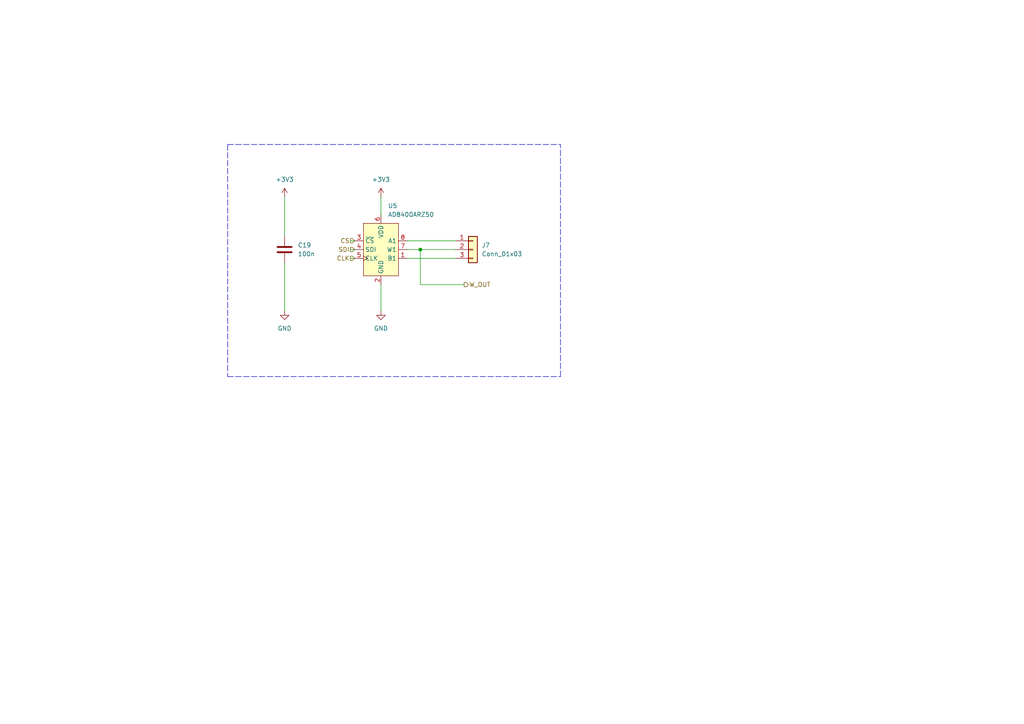
<source format=kicad_sch>
(kicad_sch (version 20211123) (generator eeschema)

  (uuid 01873668-f6e7-4007-94f9-3a5d38340f89)

  (paper "A4")

  (lib_symbols
    (symbol "Connector_Generic:Conn_01x03" (pin_names (offset 1.016) hide) (in_bom yes) (on_board yes)
      (property "Reference" "J" (id 0) (at 0 5.08 0)
        (effects (font (size 1.27 1.27)))
      )
      (property "Value" "Conn_01x03" (id 1) (at 0 -5.08 0)
        (effects (font (size 1.27 1.27)))
      )
      (property "Footprint" "" (id 2) (at 0 0 0)
        (effects (font (size 1.27 1.27)) hide)
      )
      (property "Datasheet" "~" (id 3) (at 0 0 0)
        (effects (font (size 1.27 1.27)) hide)
      )
      (property "ki_keywords" "connector" (id 4) (at 0 0 0)
        (effects (font (size 1.27 1.27)) hide)
      )
      (property "ki_description" "Generic connector, single row, 01x03, script generated (kicad-library-utils/schlib/autogen/connector/)" (id 5) (at 0 0 0)
        (effects (font (size 1.27 1.27)) hide)
      )
      (property "ki_fp_filters" "Connector*:*_1x??_*" (id 6) (at 0 0 0)
        (effects (font (size 1.27 1.27)) hide)
      )
      (symbol "Conn_01x03_1_1"
        (rectangle (start -1.27 -2.413) (end 0 -2.667)
          (stroke (width 0.1524) (type default) (color 0 0 0 0))
          (fill (type none))
        )
        (rectangle (start -1.27 0.127) (end 0 -0.127)
          (stroke (width 0.1524) (type default) (color 0 0 0 0))
          (fill (type none))
        )
        (rectangle (start -1.27 2.667) (end 0 2.413)
          (stroke (width 0.1524) (type default) (color 0 0 0 0))
          (fill (type none))
        )
        (rectangle (start -1.27 3.81) (end 1.27 -3.81)
          (stroke (width 0.254) (type default) (color 0 0 0 0))
          (fill (type background))
        )
        (pin passive line (at -5.08 2.54 0) (length 3.81)
          (name "Pin_1" (effects (font (size 1.27 1.27))))
          (number "1" (effects (font (size 1.27 1.27))))
        )
        (pin passive line (at -5.08 0 0) (length 3.81)
          (name "Pin_2" (effects (font (size 1.27 1.27))))
          (number "2" (effects (font (size 1.27 1.27))))
        )
        (pin passive line (at -5.08 -2.54 0) (length 3.81)
          (name "Pin_3" (effects (font (size 1.27 1.27))))
          (number "3" (effects (font (size 1.27 1.27))))
        )
      )
    )
    (symbol "Device:C" (pin_numbers hide) (pin_names (offset 0.254)) (in_bom yes) (on_board yes)
      (property "Reference" "C" (id 0) (at 0.635 2.54 0)
        (effects (font (size 1.27 1.27)) (justify left))
      )
      (property "Value" "C" (id 1) (at 0.635 -2.54 0)
        (effects (font (size 1.27 1.27)) (justify left))
      )
      (property "Footprint" "" (id 2) (at 0.9652 -3.81 0)
        (effects (font (size 1.27 1.27)) hide)
      )
      (property "Datasheet" "~" (id 3) (at 0 0 0)
        (effects (font (size 1.27 1.27)) hide)
      )
      (property "ki_keywords" "cap capacitor" (id 4) (at 0 0 0)
        (effects (font (size 1.27 1.27)) hide)
      )
      (property "ki_description" "Unpolarized capacitor" (id 5) (at 0 0 0)
        (effects (font (size 1.27 1.27)) hide)
      )
      (property "ki_fp_filters" "C_*" (id 6) (at 0 0 0)
        (effects (font (size 1.27 1.27)) hide)
      )
      (symbol "C_0_1"
        (polyline
          (pts
            (xy -2.032 -0.762)
            (xy 2.032 -0.762)
          )
          (stroke (width 0.508) (type default) (color 0 0 0 0))
          (fill (type none))
        )
        (polyline
          (pts
            (xy -2.032 0.762)
            (xy 2.032 0.762)
          )
          (stroke (width 0.508) (type default) (color 0 0 0 0))
          (fill (type none))
        )
      )
      (symbol "C_1_1"
        (pin passive line (at 0 3.81 270) (length 2.794)
          (name "~" (effects (font (size 1.27 1.27))))
          (number "1" (effects (font (size 1.27 1.27))))
        )
        (pin passive line (at 0 -3.81 90) (length 2.794)
          (name "~" (effects (font (size 1.27 1.27))))
          (number "2" (effects (font (size 1.27 1.27))))
        )
      )
    )
    (symbol "power:+3V3" (power) (pin_names (offset 0)) (in_bom yes) (on_board yes)
      (property "Reference" "#PWR" (id 0) (at 0 -3.81 0)
        (effects (font (size 1.27 1.27)) hide)
      )
      (property "Value" "+3V3" (id 1) (at 0 3.556 0)
        (effects (font (size 1.27 1.27)))
      )
      (property "Footprint" "" (id 2) (at 0 0 0)
        (effects (font (size 1.27 1.27)) hide)
      )
      (property "Datasheet" "" (id 3) (at 0 0 0)
        (effects (font (size 1.27 1.27)) hide)
      )
      (property "ki_keywords" "power-flag" (id 4) (at 0 0 0)
        (effects (font (size 1.27 1.27)) hide)
      )
      (property "ki_description" "Power symbol creates a global label with name \"+3V3\"" (id 5) (at 0 0 0)
        (effects (font (size 1.27 1.27)) hide)
      )
      (symbol "+3V3_0_1"
        (polyline
          (pts
            (xy -0.762 1.27)
            (xy 0 2.54)
          )
          (stroke (width 0) (type default) (color 0 0 0 0))
          (fill (type none))
        )
        (polyline
          (pts
            (xy 0 0)
            (xy 0 2.54)
          )
          (stroke (width 0) (type default) (color 0 0 0 0))
          (fill (type none))
        )
        (polyline
          (pts
            (xy 0 2.54)
            (xy 0.762 1.27)
          )
          (stroke (width 0) (type default) (color 0 0 0 0))
          (fill (type none))
        )
      )
      (symbol "+3V3_1_1"
        (pin power_in line (at 0 0 90) (length 0) hide
          (name "+3V3" (effects (font (size 1.27 1.27))))
          (number "1" (effects (font (size 1.27 1.27))))
        )
      )
    )
    (symbol "power:GND" (power) (pin_names (offset 0)) (in_bom yes) (on_board yes)
      (property "Reference" "#PWR" (id 0) (at 0 -6.35 0)
        (effects (font (size 1.27 1.27)) hide)
      )
      (property "Value" "GND" (id 1) (at 0 -3.81 0)
        (effects (font (size 1.27 1.27)))
      )
      (property "Footprint" "" (id 2) (at 0 0 0)
        (effects (font (size 1.27 1.27)) hide)
      )
      (property "Datasheet" "" (id 3) (at 0 0 0)
        (effects (font (size 1.27 1.27)) hide)
      )
      (property "ki_keywords" "power-flag" (id 4) (at 0 0 0)
        (effects (font (size 1.27 1.27)) hide)
      )
      (property "ki_description" "Power symbol creates a global label with name \"GND\" , ground" (id 5) (at 0 0 0)
        (effects (font (size 1.27 1.27)) hide)
      )
      (symbol "GND_0_1"
        (polyline
          (pts
            (xy 0 0)
            (xy 0 -1.27)
            (xy 1.27 -1.27)
            (xy 0 -2.54)
            (xy -1.27 -1.27)
            (xy 0 -1.27)
          )
          (stroke (width 0) (type default) (color 0 0 0 0))
          (fill (type none))
        )
      )
      (symbol "GND_1_1"
        (pin power_in line (at 0 0 270) (length 0) hide
          (name "GND" (effects (font (size 1.27 1.27))))
          (number "1" (effects (font (size 1.27 1.27))))
        )
      )
    )
    (symbol "symbols:AD8400ARZ50" (in_bom yes) (on_board yes)
      (property "Reference" "U" (id 0) (at 7.62 -7.62 0)
        (effects (font (size 1.27 1.27)))
      )
      (property "Value" "AD8400ARZ50" (id 1) (at 5.08 10.16 0)
        (effects (font (size 1.27 1.27)))
      )
      (property "Footprint" "Package_SO:SOP-8_3.9x4.9mm_P1.27mm" (id 2) (at 0 0 0)
        (effects (font (size 1.27 1.27)) hide)
      )
      (property "Datasheet" "" (id 3) (at 17.78 17.78 0)
        (effects (font (size 1.27 1.27)) hide)
      )
      (symbol "AD8400ARZ50_0_1"
        (rectangle (start -5.08 7.62) (end 5.08 -7.62)
          (stroke (width 0.1524) (type default) (color 0 0 0 0))
          (fill (type background))
        )
      )
      (symbol "AD8400ARZ50_1_1"
        (pin passive line (at 7.62 -2.54 180) (length 2.54)
          (name "B1" (effects (font (size 1.27 1.27))))
          (number "1" (effects (font (size 1.27 1.27))))
        )
        (pin power_in line (at 0 -10.16 90) (length 2.54)
          (name "GND" (effects (font (size 1.27 1.27))))
          (number "2" (effects (font (size 1.27 1.27))))
        )
        (pin input line (at -7.62 2.54 0) (length 2.54)
          (name "~{CS}" (effects (font (size 1.27 1.27))))
          (number "3" (effects (font (size 1.27 1.27))))
        )
        (pin input line (at -7.62 0 0) (length 2.54)
          (name "SDI" (effects (font (size 1.27 1.27))))
          (number "4" (effects (font (size 1.27 1.27))))
        )
        (pin input clock (at -7.62 -2.54 0) (length 2.54)
          (name "CLK" (effects (font (size 1.27 1.27))))
          (number "5" (effects (font (size 1.27 1.27))))
        )
        (pin power_in line (at 0 10.16 270) (length 2.54)
          (name "VDD" (effects (font (size 1.27 1.27))))
          (number "6" (effects (font (size 1.27 1.27))))
        )
        (pin passive line (at 7.62 0 180) (length 2.54)
          (name "W1" (effects (font (size 1.27 1.27))))
          (number "7" (effects (font (size 1.27 1.27))))
        )
        (pin passive line (at 7.62 2.54 180) (length 2.54)
          (name "A1" (effects (font (size 1.27 1.27))))
          (number "8" (effects (font (size 1.27 1.27))))
        )
      )
    )
  )

  (junction (at 121.92 72.39) (diameter 0) (color 0 0 0 0)
    (uuid 3b0c44cd-92a9-4867-a0c2-ac7fec83f67b)
  )

  (polyline (pts (xy 66.04 41.91) (xy 162.56 41.91))
    (stroke (width 0) (type default) (color 0 0 0 0))
    (uuid 06bcbb1f-b996-4984-af21-8a508c82b7a9)
  )

  (wire (pts (xy 82.55 76.2) (xy 82.55 90.17))
    (stroke (width 0) (type default) (color 0 0 0 0))
    (uuid 2cc2c0c2-f647-415b-ba8c-9f38b21ad717)
  )
  (wire (pts (xy 101.6 74.93) (xy 102.87 74.93))
    (stroke (width 0) (type default) (color 0 0 0 0))
    (uuid 40f03631-977b-46ba-b1e3-f959f59740be)
  )
  (wire (pts (xy 101.6 72.39) (xy 102.87 72.39))
    (stroke (width 0) (type default) (color 0 0 0 0))
    (uuid 665c7bea-a3e7-42c3-ae68-cb9e466ca2f4)
  )
  (wire (pts (xy 121.92 82.55) (xy 134.62 82.55))
    (stroke (width 0) (type default) (color 0 0 0 0))
    (uuid 6703b1ed-0db8-42c3-a6be-e22fc6b824a9)
  )
  (polyline (pts (xy 66.04 109.22) (xy 162.56 109.22))
    (stroke (width 0) (type default) (color 0 0 0 0))
    (uuid 735f74fd-f1e5-4168-bc4c-28c57d76dc0f)
  )

  (wire (pts (xy 118.11 74.93) (xy 132.08 74.93))
    (stroke (width 0) (type default) (color 0 0 0 0))
    (uuid 7b88e5c1-fae9-43ca-aae3-dbc5bb11322d)
  )
  (wire (pts (xy 118.11 72.39) (xy 121.92 72.39))
    (stroke (width 0) (type default) (color 0 0 0 0))
    (uuid 91881977-ebb5-4792-b4d4-c7ac8116162c)
  )
  (wire (pts (xy 110.49 82.55) (xy 110.49 90.17))
    (stroke (width 0) (type default) (color 0 0 0 0))
    (uuid 95772c62-ddc3-4503-bf15-cf0862157485)
  )
  (polyline (pts (xy 66.04 41.91) (xy 66.04 109.22))
    (stroke (width 0) (type default) (color 0 0 0 0))
    (uuid a5dd813e-f897-4369-8b0b-048fe44ab2aa)
  )

  (wire (pts (xy 110.49 57.15) (xy 110.49 62.23))
    (stroke (width 0) (type default) (color 0 0 0 0))
    (uuid aec04c61-89ce-4533-8f84-90b27938ed59)
  )
  (wire (pts (xy 121.92 72.39) (xy 132.08 72.39))
    (stroke (width 0) (type default) (color 0 0 0 0))
    (uuid b544ec93-cfcd-4fc8-9ae9-15d94ea151ab)
  )
  (wire (pts (xy 118.11 69.85) (xy 132.08 69.85))
    (stroke (width 0) (type default) (color 0 0 0 0))
    (uuid c38fb970-33c8-4db0-8225-68db71e95c5e)
  )
  (wire (pts (xy 101.6 69.85) (xy 102.87 69.85))
    (stroke (width 0) (type default) (color 0 0 0 0))
    (uuid cfc1adb6-60cc-4fa8-a61e-da16ba52631d)
  )
  (wire (pts (xy 82.55 57.15) (xy 82.55 68.58))
    (stroke (width 0) (type default) (color 0 0 0 0))
    (uuid da352b4f-4983-43dd-99f6-4935f7e47f1c)
  )
  (polyline (pts (xy 162.56 109.22) (xy 162.56 41.91))
    (stroke (width 0) (type default) (color 0 0 0 0))
    (uuid f8e48a33-3ac1-4e94-9812-1c1f6f570265)
  )

  (wire (pts (xy 121.92 72.39) (xy 121.92 82.55))
    (stroke (width 0) (type default) (color 0 0 0 0))
    (uuid fd35df4a-a1fe-4a8b-a806-22782da6979e)
  )

  (hierarchical_label "CLK" (shape input) (at 102.87 74.93 180)
    (effects (font (size 1.27 1.27)) (justify right))
    (uuid 185161a0-4018-40e8-8195-c744c9d3753e)
  )
  (hierarchical_label "SDI" (shape input) (at 102.87 72.39 180)
    (effects (font (size 1.27 1.27)) (justify right))
    (uuid 67c43718-219e-4c1d-b9cc-6cacddb83224)
  )
  (hierarchical_label "W_OUT" (shape output) (at 134.62 82.55 0)
    (effects (font (size 1.27 1.27)) (justify left))
    (uuid 7336fabc-4eb0-4471-b1b7-3ea791753e07)
  )
  (hierarchical_label "CS" (shape input) (at 102.87 69.85 180)
    (effects (font (size 1.27 1.27)) (justify right))
    (uuid ebdae8ca-e57e-42c5-a842-b031d35700fe)
  )

  (symbol (lib_id "power:+3V3") (at 110.49 57.15 0) (unit 1)
    (in_bom yes) (on_board yes) (fields_autoplaced)
    (uuid 1c459438-c78c-4a17-9bd0-185472fc3c19)
    (property "Reference" "#PWR0161" (id 0) (at 110.49 60.96 0)
      (effects (font (size 1.27 1.27)) hide)
    )
    (property "Value" "+3V3" (id 1) (at 110.49 52.07 0))
    (property "Footprint" "" (id 2) (at 110.49 57.15 0)
      (effects (font (size 1.27 1.27)) hide)
    )
    (property "Datasheet" "" (id 3) (at 110.49 57.15 0)
      (effects (font (size 1.27 1.27)) hide)
    )
    (pin "1" (uuid 2e3e558e-b39c-43e2-b50a-49670285db3f))
  )

  (symbol (lib_id "symbols:AD8400ARZ50") (at 110.49 72.39 0) (unit 1)
    (in_bom yes) (on_board yes) (fields_autoplaced)
    (uuid 6fc4a4c7-cfc4-4e1c-bc01-0e26a1ba04b9)
    (property "Reference" "U5" (id 0) (at 112.5094 59.69 0)
      (effects (font (size 1.27 1.27)) (justify left))
    )
    (property "Value" "AD8400ARZ50" (id 1) (at 112.5094 62.23 0)
      (effects (font (size 1.27 1.27)) (justify left))
    )
    (property "Footprint" "Package_SO:SOP-8_3.9x4.9mm_P1.27mm" (id 2) (at 110.49 72.39 0)
      (effects (font (size 1.27 1.27)) hide)
    )
    (property "Datasheet" "" (id 3) (at 128.27 54.61 0)
      (effects (font (size 1.27 1.27)) hide)
    )
    (pin "1" (uuid e2786d13-5e47-4724-966f-5f76e373785e))
    (pin "2" (uuid cb70b51e-69a9-41d4-948d-ed9c6ac46c5d))
    (pin "3" (uuid f83feca0-d16f-44f9-b85c-13c464dde242))
    (pin "4" (uuid dc622fcb-d542-49a6-88d8-6710ac5b17e9))
    (pin "5" (uuid e6c34b88-c84c-4db9-aec5-3982cbaa39f2))
    (pin "6" (uuid 436943cd-24ad-424b-801e-022fb6ae07db))
    (pin "7" (uuid 507a9d7e-7758-45f5-8f0f-3cba6f0482ca))
    (pin "8" (uuid f26acbf1-1fec-4040-87d1-b3481f28c0d3))
  )

  (symbol (lib_id "power:GND") (at 82.55 90.17 0) (unit 1)
    (in_bom yes) (on_board yes) (fields_autoplaced)
    (uuid 70a49e42-4a7b-4535-9e38-f3fc4be28cba)
    (property "Reference" "#PWR0163" (id 0) (at 82.55 96.52 0)
      (effects (font (size 1.27 1.27)) hide)
    )
    (property "Value" "GND" (id 1) (at 82.55 95.25 0))
    (property "Footprint" "" (id 2) (at 82.55 90.17 0)
      (effects (font (size 1.27 1.27)) hide)
    )
    (property "Datasheet" "" (id 3) (at 82.55 90.17 0)
      (effects (font (size 1.27 1.27)) hide)
    )
    (pin "1" (uuid 375bb907-a66c-4cce-b196-28424338e79e))
  )

  (symbol (lib_id "Connector_Generic:Conn_01x03") (at 137.16 72.39 0) (unit 1)
    (in_bom yes) (on_board yes) (fields_autoplaced)
    (uuid aef8ef33-1982-4deb-9280-5b540b681238)
    (property "Reference" "J7" (id 0) (at 139.7 71.1199 0)
      (effects (font (size 1.27 1.27)) (justify left))
    )
    (property "Value" "Conn_01x03" (id 1) (at 139.7 73.6599 0)
      (effects (font (size 1.27 1.27)) (justify left))
    )
    (property "Footprint" "Connector_PinHeader_2.54mm:PinHeader_1x03_P2.54mm_Vertical" (id 2) (at 137.16 72.39 0)
      (effects (font (size 1.27 1.27)) hide)
    )
    (property "Datasheet" "~" (id 3) (at 137.16 72.39 0)
      (effects (font (size 1.27 1.27)) hide)
    )
    (pin "1" (uuid 051d52b7-efe2-43b8-a395-b542dccfef2a))
    (pin "2" (uuid d5098de6-0b81-470a-9e20-394d35061bde))
    (pin "3" (uuid b9c1eef7-3238-4e6a-8be1-d384d46ce843))
  )

  (symbol (lib_id "Device:C") (at 82.55 72.39 0) (unit 1)
    (in_bom yes) (on_board yes) (fields_autoplaced)
    (uuid cf2a6fc6-0560-438b-9373-1fc99d2d157b)
    (property "Reference" "C19" (id 0) (at 86.36 71.1199 0)
      (effects (font (size 1.27 1.27)) (justify left))
    )
    (property "Value" "100n" (id 1) (at 86.36 73.6599 0)
      (effects (font (size 1.27 1.27)) (justify left))
    )
    (property "Footprint" "Capacitor_SMD:C_0603_1608Metric" (id 2) (at 83.5152 76.2 0)
      (effects (font (size 1.27 1.27)) hide)
    )
    (property "Datasheet" "~" (id 3) (at 82.55 72.39 0)
      (effects (font (size 1.27 1.27)) hide)
    )
    (pin "1" (uuid a6f10c3a-56f4-4861-b3e4-78ab9b4bff2c))
    (pin "2" (uuid f6fc2bb3-3e6e-471a-b139-6a3640c552a6))
  )

  (symbol (lib_id "power:+3V3") (at 82.55 57.15 0) (unit 1)
    (in_bom yes) (on_board yes) (fields_autoplaced)
    (uuid d4967bf7-b1eb-45f8-9545-a64b600ffaa3)
    (property "Reference" "#PWR0160" (id 0) (at 82.55 60.96 0)
      (effects (font (size 1.27 1.27)) hide)
    )
    (property "Value" "+3V3" (id 1) (at 82.55 52.07 0))
    (property "Footprint" "" (id 2) (at 82.55 57.15 0)
      (effects (font (size 1.27 1.27)) hide)
    )
    (property "Datasheet" "" (id 3) (at 82.55 57.15 0)
      (effects (font (size 1.27 1.27)) hide)
    )
    (pin "1" (uuid ab3d7c2f-d69e-4e28-aa43-e78ed20b5ee7))
  )

  (symbol (lib_id "power:GND") (at 110.49 90.17 0) (unit 1)
    (in_bom yes) (on_board yes) (fields_autoplaced)
    (uuid df65ae59-c38a-408b-975e-9a4635d221c4)
    (property "Reference" "#PWR0162" (id 0) (at 110.49 96.52 0)
      (effects (font (size 1.27 1.27)) hide)
    )
    (property "Value" "GND" (id 1) (at 110.49 95.25 0))
    (property "Footprint" "" (id 2) (at 110.49 90.17 0)
      (effects (font (size 1.27 1.27)) hide)
    )
    (property "Datasheet" "" (id 3) (at 110.49 90.17 0)
      (effects (font (size 1.27 1.27)) hide)
    )
    (pin "1" (uuid fc52c1d0-9901-4eb2-8a97-7854645ea4ac))
  )
)

</source>
